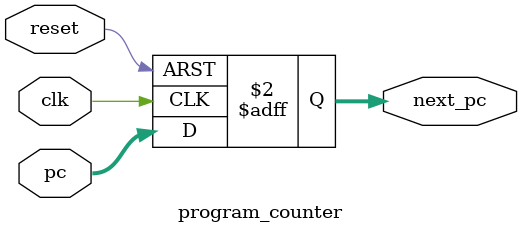
<source format=v>
`timescale 1ns / 1ps

module program_counter(
    input clk,
    input reset,
    input [31:0]pc,
    output reg [31:0]next_pc
);
    always @(posedge clk or posedge reset) begin
        if (reset)
            next_pc<=32'b0;        
        else
            next_pc<=pc;//pc is not directly incremented..as there might be branch and jump instructions
    end
endmodule
</source>
